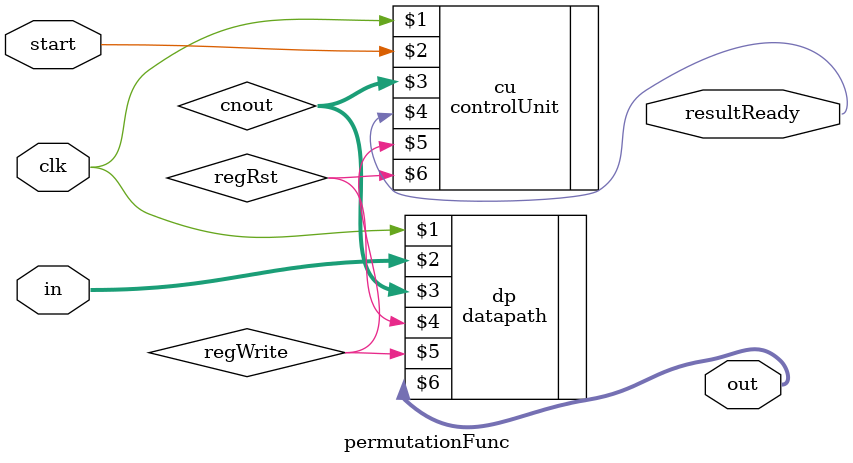
<source format=v>
`include "datapath.v"
`include "controlUnit.v"
module permutationFunc(input clk, start, input[1599:0] in, output[1599:0] out, output resultReady);
	wire cntDone;
	wire regWrite, regRst;
	wire[5:0] cnout;
	datapath dp(clk, in, cnout, regRst, regWrite, out);
	controlUnit cu(clk, start, cnout, resultReady, regWrite, regRst);
endmodule
</source>
